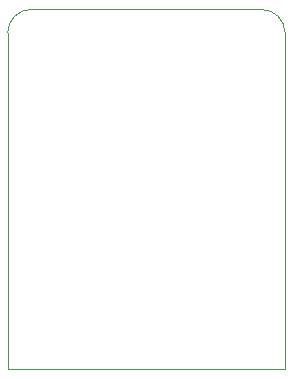
<source format=gbr>
G04 #@! TF.GenerationSoftware,KiCad,Pcbnew,6.0.7+dfsg-1~bpo11+1*
G04 #@! TF.ProjectId,project,70726f6a-6563-4742-9e6b-696361645f70,rev?*
G04 #@! TF.SameCoordinates,Original*
G04 #@! TF.FileFunction,Profile,NP*
%FSLAX46Y46*%
G04 Gerber Fmt 4.6, Leading zero omitted, Abs format (unit mm)*
%MOMM*%
%LPD*%
G01*
G04 APERTURE LIST*
G04 #@! TA.AperFunction,Profile*
%ADD10C,0.100000*%
G04 #@! TD*
G04 APERTURE END LIST*
D10*
X122250000Y-126475000D02*
X101150000Y-126475000D01*
X123500000Y-98000000D02*
X123500000Y-126475000D01*
X100000000Y-98000000D02*
X100000000Y-126475000D01*
X123500000Y-98000000D02*
G75*
G03*
X121500000Y-96000000I-2000000J0D01*
G01*
X122250000Y-126475000D02*
X123500000Y-126475000D01*
X102000000Y-96000000D02*
X121500000Y-96000000D01*
X101150000Y-126475000D02*
X100000000Y-126475000D01*
X102000000Y-96000000D02*
G75*
G03*
X100000000Y-98000000I0J-2000000D01*
G01*
M02*

</source>
